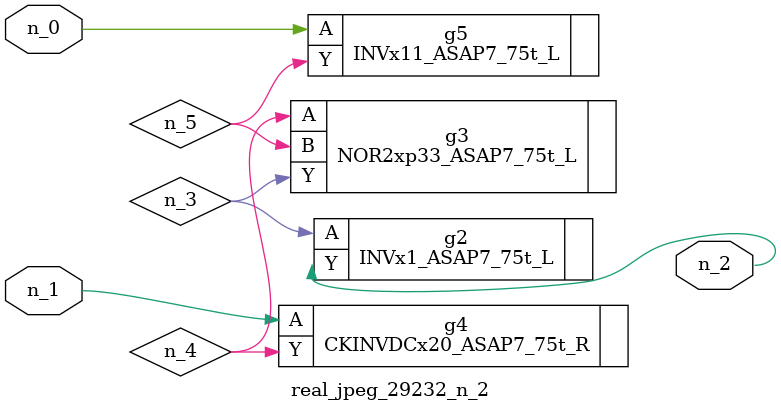
<source format=v>
module real_jpeg_29232_n_2 (n_1, n_0, n_2);

input n_1;
input n_0;

output n_2;

wire n_5;
wire n_4;
wire n_3;

INVx11_ASAP7_75t_L g5 ( 
.A(n_0),
.Y(n_5)
);

CKINVDCx20_ASAP7_75t_R g4 ( 
.A(n_1),
.Y(n_4)
);

INVx1_ASAP7_75t_L g2 ( 
.A(n_3),
.Y(n_2)
);

NOR2xp33_ASAP7_75t_L g3 ( 
.A(n_4),
.B(n_5),
.Y(n_3)
);


endmodule
</source>
